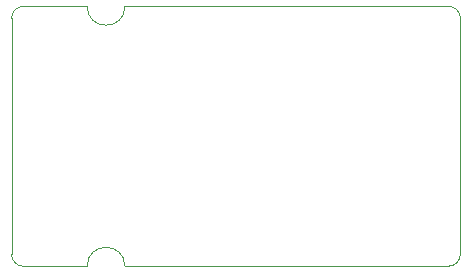
<source format=gbr>
%TF.GenerationSoftware,KiCad,Pcbnew,(5.1.8-0-10_14)*%
%TF.CreationDate,2020-12-30T16:32:28+01:00*%
%TF.ProjectId,Sensor-Board,53656e73-6f72-42d4-926f-6172642e6b69,1*%
%TF.SameCoordinates,Original*%
%TF.FileFunction,Profile,NP*%
%FSLAX46Y46*%
G04 Gerber Fmt 4.6, Leading zero omitted, Abs format (unit mm)*
G04 Created by KiCad (PCBNEW (5.1.8-0-10_14)) date 2020-12-30 16:32:28*
%MOMM*%
%LPD*%
G01*
G04 APERTURE LIST*
%TA.AperFunction,Profile*%
%ADD10C,0.050000*%
%TD*%
G04 APERTURE END LIST*
D10*
X166000000Y-89000000D02*
G75*
G02*
X167000000Y-90000000I0J-1000000D01*
G01*
X167000000Y-110000000D02*
G75*
G02*
X166000000Y-111000000I-1000000J0D01*
G01*
X129000000Y-90000000D02*
G75*
G02*
X130000000Y-89000000I1000000J0D01*
G01*
X130000000Y-111000000D02*
G75*
G02*
X129000000Y-110000000I0J1000000D01*
G01*
X138600000Y-111000000D02*
G75*
G03*
X135400000Y-111000000I-1600000J0D01*
G01*
X130000000Y-111000000D02*
X135400000Y-111000000D01*
X138600000Y-89000000D02*
X166000000Y-89000000D01*
X138600000Y-89000000D02*
G75*
G02*
X135400000Y-89000000I-1600000J0D01*
G01*
X135400000Y-89000000D02*
X130000000Y-89000000D01*
X167000000Y-110000000D02*
X167000000Y-90000000D01*
X138600000Y-111000000D02*
X166000000Y-111000000D01*
X129000000Y-90000000D02*
X129000000Y-110000000D01*
M02*

</source>
